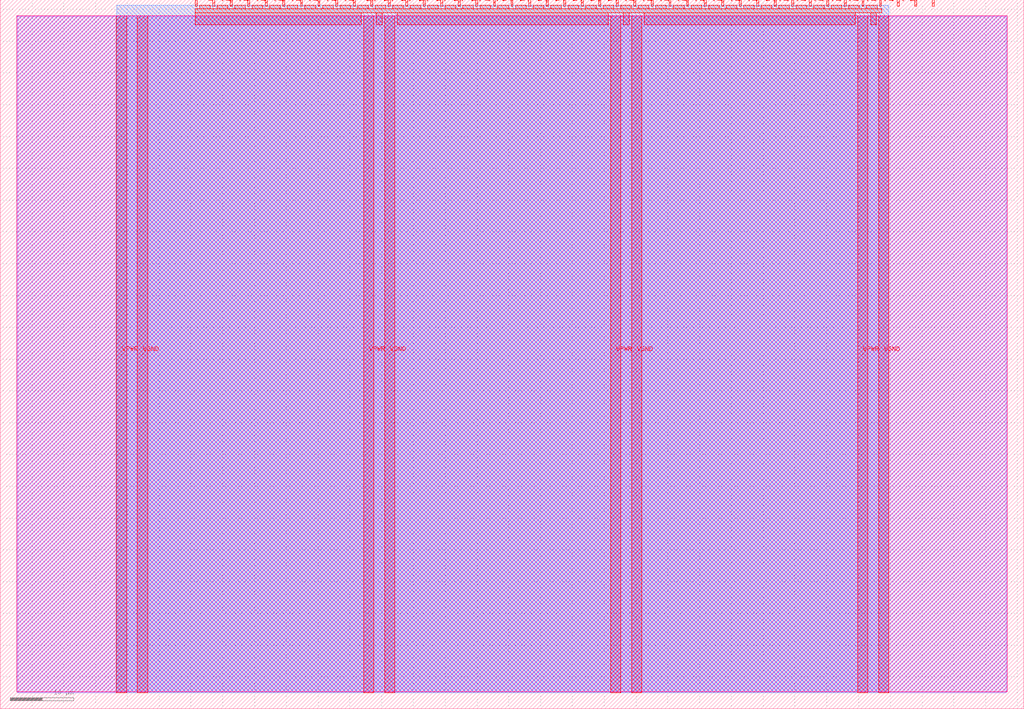
<source format=lef>
VERSION 5.7 ;
  NOWIREEXTENSIONATPIN ON ;
  DIVIDERCHAR "/" ;
  BUSBITCHARS "[]" ;
MACRO tt_um_wokwi_442978507961095169
  CLASS BLOCK ;
  FOREIGN tt_um_wokwi_442978507961095169 ;
  ORIGIN 0.000 0.000 ;
  SIZE 161.000 BY 111.520 ;
  PIN VGND
    DIRECTION INOUT ;
    USE GROUND ;
    PORT
      LAYER met4 ;
        RECT 21.580 2.480 23.180 109.040 ;
    END
    PORT
      LAYER met4 ;
        RECT 60.450 2.480 62.050 109.040 ;
    END
    PORT
      LAYER met4 ;
        RECT 99.320 2.480 100.920 109.040 ;
    END
    PORT
      LAYER met4 ;
        RECT 138.190 2.480 139.790 109.040 ;
    END
  END VGND
  PIN VPWR
    DIRECTION INOUT ;
    USE POWER ;
    PORT
      LAYER met4 ;
        RECT 18.280 2.480 19.880 109.040 ;
    END
    PORT
      LAYER met4 ;
        RECT 57.150 2.480 58.750 109.040 ;
    END
    PORT
      LAYER met4 ;
        RECT 96.020 2.480 97.620 109.040 ;
    END
    PORT
      LAYER met4 ;
        RECT 134.890 2.480 136.490 109.040 ;
    END
  END VPWR
  PIN clk
    DIRECTION INPUT ;
    USE SIGNAL ;
    PORT
      LAYER met4 ;
        RECT 143.830 110.520 144.130 111.520 ;
    END
  END clk
  PIN ena
    DIRECTION INPUT ;
    USE SIGNAL ;
    PORT
      LAYER met4 ;
        RECT 146.590 110.520 146.890 111.520 ;
    END
  END ena
  PIN rst_n
    DIRECTION INPUT ;
    USE SIGNAL ;
    PORT
      LAYER met4 ;
        RECT 141.070 110.520 141.370 111.520 ;
    END
  END rst_n
  PIN ui_in[0]
    DIRECTION INPUT ;
    USE SIGNAL ;
    ANTENNAGATEAREA 0.196500 ;
    PORT
      LAYER met4 ;
        RECT 138.310 110.520 138.610 111.520 ;
    END
  END ui_in[0]
  PIN ui_in[1]
    DIRECTION INPUT ;
    USE SIGNAL ;
    ANTENNAGATEAREA 0.196500 ;
    PORT
      LAYER met4 ;
        RECT 135.550 110.520 135.850 111.520 ;
    END
  END ui_in[1]
  PIN ui_in[2]
    DIRECTION INPUT ;
    USE SIGNAL ;
    ANTENNAGATEAREA 0.196500 ;
    PORT
      LAYER met4 ;
        RECT 132.790 110.520 133.090 111.520 ;
    END
  END ui_in[2]
  PIN ui_in[3]
    DIRECTION INPUT ;
    USE SIGNAL ;
    ANTENNAGATEAREA 0.196500 ;
    PORT
      LAYER met4 ;
        RECT 130.030 110.520 130.330 111.520 ;
    END
  END ui_in[3]
  PIN ui_in[4]
    DIRECTION INPUT ;
    USE SIGNAL ;
    ANTENNAGATEAREA 0.196500 ;
    PORT
      LAYER met4 ;
        RECT 127.270 110.520 127.570 111.520 ;
    END
  END ui_in[4]
  PIN ui_in[5]
    DIRECTION INPUT ;
    USE SIGNAL ;
    ANTENNAGATEAREA 0.196500 ;
    PORT
      LAYER met4 ;
        RECT 124.510 110.520 124.810 111.520 ;
    END
  END ui_in[5]
  PIN ui_in[6]
    DIRECTION INPUT ;
    USE SIGNAL ;
    ANTENNAGATEAREA 0.196500 ;
    PORT
      LAYER met4 ;
        RECT 121.750 110.520 122.050 111.520 ;
    END
  END ui_in[6]
  PIN ui_in[7]
    DIRECTION INPUT ;
    USE SIGNAL ;
    ANTENNAGATEAREA 0.196500 ;
    PORT
      LAYER met4 ;
        RECT 118.990 110.520 119.290 111.520 ;
    END
  END ui_in[7]
  PIN uio_in[0]
    DIRECTION INPUT ;
    USE SIGNAL ;
    PORT
      LAYER met4 ;
        RECT 116.230 110.520 116.530 111.520 ;
    END
  END uio_in[0]
  PIN uio_in[1]
    DIRECTION INPUT ;
    USE SIGNAL ;
    PORT
      LAYER met4 ;
        RECT 113.470 110.520 113.770 111.520 ;
    END
  END uio_in[1]
  PIN uio_in[2]
    DIRECTION INPUT ;
    USE SIGNAL ;
    PORT
      LAYER met4 ;
        RECT 110.710 110.520 111.010 111.520 ;
    END
  END uio_in[2]
  PIN uio_in[3]
    DIRECTION INPUT ;
    USE SIGNAL ;
    PORT
      LAYER met4 ;
        RECT 107.950 110.520 108.250 111.520 ;
    END
  END uio_in[3]
  PIN uio_in[4]
    DIRECTION INPUT ;
    USE SIGNAL ;
    PORT
      LAYER met4 ;
        RECT 105.190 110.520 105.490 111.520 ;
    END
  END uio_in[4]
  PIN uio_in[5]
    DIRECTION INPUT ;
    USE SIGNAL ;
    PORT
      LAYER met4 ;
        RECT 102.430 110.520 102.730 111.520 ;
    END
  END uio_in[5]
  PIN uio_in[6]
    DIRECTION INPUT ;
    USE SIGNAL ;
    PORT
      LAYER met4 ;
        RECT 99.670 110.520 99.970 111.520 ;
    END
  END uio_in[6]
  PIN uio_in[7]
    DIRECTION INPUT ;
    USE SIGNAL ;
    PORT
      LAYER met4 ;
        RECT 96.910 110.520 97.210 111.520 ;
    END
  END uio_in[7]
  PIN uio_oe[0]
    DIRECTION OUTPUT ;
    USE SIGNAL ;
    PORT
      LAYER met4 ;
        RECT 49.990 110.520 50.290 111.520 ;
    END
  END uio_oe[0]
  PIN uio_oe[1]
    DIRECTION OUTPUT ;
    USE SIGNAL ;
    PORT
      LAYER met4 ;
        RECT 47.230 110.520 47.530 111.520 ;
    END
  END uio_oe[1]
  PIN uio_oe[2]
    DIRECTION OUTPUT ;
    USE SIGNAL ;
    PORT
      LAYER met4 ;
        RECT 44.470 110.520 44.770 111.520 ;
    END
  END uio_oe[2]
  PIN uio_oe[3]
    DIRECTION OUTPUT ;
    USE SIGNAL ;
    PORT
      LAYER met4 ;
        RECT 41.710 110.520 42.010 111.520 ;
    END
  END uio_oe[3]
  PIN uio_oe[4]
    DIRECTION OUTPUT ;
    USE SIGNAL ;
    PORT
      LAYER met4 ;
        RECT 38.950 110.520 39.250 111.520 ;
    END
  END uio_oe[4]
  PIN uio_oe[5]
    DIRECTION OUTPUT ;
    USE SIGNAL ;
    PORT
      LAYER met4 ;
        RECT 36.190 110.520 36.490 111.520 ;
    END
  END uio_oe[5]
  PIN uio_oe[6]
    DIRECTION OUTPUT ;
    USE SIGNAL ;
    PORT
      LAYER met4 ;
        RECT 33.430 110.520 33.730 111.520 ;
    END
  END uio_oe[6]
  PIN uio_oe[7]
    DIRECTION OUTPUT ;
    USE SIGNAL ;
    PORT
      LAYER met4 ;
        RECT 30.670 110.520 30.970 111.520 ;
    END
  END uio_oe[7]
  PIN uio_out[0]
    DIRECTION OUTPUT ;
    USE SIGNAL ;
    PORT
      LAYER met4 ;
        RECT 72.070 110.520 72.370 111.520 ;
    END
  END uio_out[0]
  PIN uio_out[1]
    DIRECTION OUTPUT ;
    USE SIGNAL ;
    PORT
      LAYER met4 ;
        RECT 69.310 110.520 69.610 111.520 ;
    END
  END uio_out[1]
  PIN uio_out[2]
    DIRECTION OUTPUT ;
    USE SIGNAL ;
    PORT
      LAYER met4 ;
        RECT 66.550 110.520 66.850 111.520 ;
    END
  END uio_out[2]
  PIN uio_out[3]
    DIRECTION OUTPUT ;
    USE SIGNAL ;
    PORT
      LAYER met4 ;
        RECT 63.790 110.520 64.090 111.520 ;
    END
  END uio_out[3]
  PIN uio_out[4]
    DIRECTION OUTPUT ;
    USE SIGNAL ;
    PORT
      LAYER met4 ;
        RECT 61.030 110.520 61.330 111.520 ;
    END
  END uio_out[4]
  PIN uio_out[5]
    DIRECTION OUTPUT ;
    USE SIGNAL ;
    PORT
      LAYER met4 ;
        RECT 58.270 110.520 58.570 111.520 ;
    END
  END uio_out[5]
  PIN uio_out[6]
    DIRECTION OUTPUT ;
    USE SIGNAL ;
    PORT
      LAYER met4 ;
        RECT 55.510 110.520 55.810 111.520 ;
    END
  END uio_out[6]
  PIN uio_out[7]
    DIRECTION OUTPUT ;
    USE SIGNAL ;
    PORT
      LAYER met4 ;
        RECT 52.750 110.520 53.050 111.520 ;
    END
  END uio_out[7]
  PIN uo_out[0]
    DIRECTION OUTPUT ;
    USE SIGNAL ;
    ANTENNADIFFAREA 0.445500 ;
    PORT
      LAYER met4 ;
        RECT 94.150 110.520 94.450 111.520 ;
    END
  END uo_out[0]
  PIN uo_out[1]
    DIRECTION OUTPUT ;
    USE SIGNAL ;
    ANTENNADIFFAREA 0.445500 ;
    PORT
      LAYER met4 ;
        RECT 91.390 110.520 91.690 111.520 ;
    END
  END uo_out[1]
  PIN uo_out[2]
    DIRECTION OUTPUT ;
    USE SIGNAL ;
    PORT
      LAYER met4 ;
        RECT 88.630 110.520 88.930 111.520 ;
    END
  END uo_out[2]
  PIN uo_out[3]
    DIRECTION OUTPUT ;
    USE SIGNAL ;
    PORT
      LAYER met4 ;
        RECT 85.870 110.520 86.170 111.520 ;
    END
  END uo_out[3]
  PIN uo_out[4]
    DIRECTION OUTPUT ;
    USE SIGNAL ;
    PORT
      LAYER met4 ;
        RECT 83.110 110.520 83.410 111.520 ;
    END
  END uo_out[4]
  PIN uo_out[5]
    DIRECTION OUTPUT ;
    USE SIGNAL ;
    ANTENNADIFFAREA 0.445500 ;
    PORT
      LAYER met4 ;
        RECT 80.350 110.520 80.650 111.520 ;
    END
  END uo_out[5]
  PIN uo_out[6]
    DIRECTION OUTPUT ;
    USE SIGNAL ;
    ANTENNADIFFAREA 0.795200 ;
    PORT
      LAYER met4 ;
        RECT 77.590 110.520 77.890 111.520 ;
    END
  END uo_out[6]
  PIN uo_out[7]
    DIRECTION OUTPUT ;
    USE SIGNAL ;
    ANTENNADIFFAREA 0.445500 ;
    PORT
      LAYER met4 ;
        RECT 74.830 110.520 75.130 111.520 ;
    END
  END uo_out[7]
  OBS
      LAYER nwell ;
        RECT 2.570 2.635 158.430 108.990 ;
      LAYER li1 ;
        RECT 2.760 2.635 158.240 108.885 ;
      LAYER met1 ;
        RECT 2.760 2.480 158.240 109.040 ;
      LAYER met2 ;
        RECT 18.310 2.535 139.760 110.685 ;
      LAYER met3 ;
        RECT 18.290 2.555 139.780 110.665 ;
      LAYER met4 ;
        RECT 31.370 110.120 33.030 110.665 ;
        RECT 34.130 110.120 35.790 110.665 ;
        RECT 36.890 110.120 38.550 110.665 ;
        RECT 39.650 110.120 41.310 110.665 ;
        RECT 42.410 110.120 44.070 110.665 ;
        RECT 45.170 110.120 46.830 110.665 ;
        RECT 47.930 110.120 49.590 110.665 ;
        RECT 50.690 110.120 52.350 110.665 ;
        RECT 53.450 110.120 55.110 110.665 ;
        RECT 56.210 110.120 57.870 110.665 ;
        RECT 58.970 110.120 60.630 110.665 ;
        RECT 61.730 110.120 63.390 110.665 ;
        RECT 64.490 110.120 66.150 110.665 ;
        RECT 67.250 110.120 68.910 110.665 ;
        RECT 70.010 110.120 71.670 110.665 ;
        RECT 72.770 110.120 74.430 110.665 ;
        RECT 75.530 110.120 77.190 110.665 ;
        RECT 78.290 110.120 79.950 110.665 ;
        RECT 81.050 110.120 82.710 110.665 ;
        RECT 83.810 110.120 85.470 110.665 ;
        RECT 86.570 110.120 88.230 110.665 ;
        RECT 89.330 110.120 90.990 110.665 ;
        RECT 92.090 110.120 93.750 110.665 ;
        RECT 94.850 110.120 96.510 110.665 ;
        RECT 97.610 110.120 99.270 110.665 ;
        RECT 100.370 110.120 102.030 110.665 ;
        RECT 103.130 110.120 104.790 110.665 ;
        RECT 105.890 110.120 107.550 110.665 ;
        RECT 108.650 110.120 110.310 110.665 ;
        RECT 111.410 110.120 113.070 110.665 ;
        RECT 114.170 110.120 115.830 110.665 ;
        RECT 116.930 110.120 118.590 110.665 ;
        RECT 119.690 110.120 121.350 110.665 ;
        RECT 122.450 110.120 124.110 110.665 ;
        RECT 125.210 110.120 126.870 110.665 ;
        RECT 127.970 110.120 129.630 110.665 ;
        RECT 130.730 110.120 132.390 110.665 ;
        RECT 133.490 110.120 135.150 110.665 ;
        RECT 136.250 110.120 137.910 110.665 ;
        RECT 30.655 109.440 138.625 110.120 ;
        RECT 30.655 107.615 56.750 109.440 ;
        RECT 59.150 107.615 60.050 109.440 ;
        RECT 62.450 107.615 95.620 109.440 ;
        RECT 98.020 107.615 98.920 109.440 ;
        RECT 101.320 107.615 134.490 109.440 ;
        RECT 136.890 107.615 137.790 109.440 ;
  END
END tt_um_wokwi_442978507961095169
END LIBRARY


</source>
